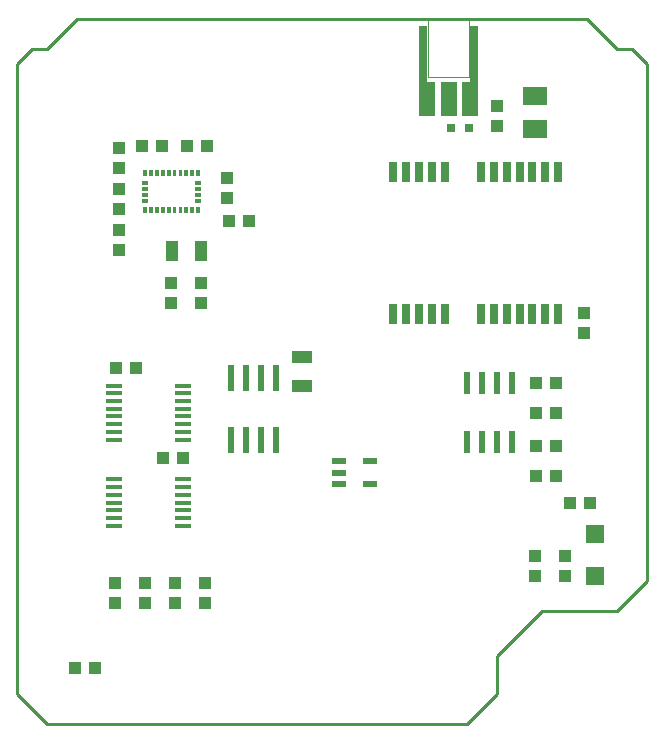
<source format=gtp>
G75*
%MOIN*%
%OFA0B0*%
%FSLAX25Y25*%
%IPPOS*%
%LPD*%
%AMOC8*
5,1,8,0,0,1.08239X$1,22.5*
%
%ADD10C,0.01000*%
%ADD11R,0.03937X0.04331*%
%ADD12R,0.04331X0.03937*%
%ADD13R,0.05906X0.05906*%
%ADD14R,0.03937X0.07087*%
%ADD15C,0.00236*%
%ADD16R,0.02400X0.08700*%
%ADD17R,0.07087X0.03937*%
%ADD18R,0.04724X0.02165*%
%ADD19R,0.03150X0.07087*%
%ADD20R,0.07874X0.06299*%
%ADD21R,0.03150X0.03150*%
%ADD22R,0.05800X0.01400*%
%ADD23C,0.00000*%
%ADD24R,0.05512X0.11713*%
%ADD25R,0.05748X0.11713*%
%ADD26R,0.02992X0.18504*%
%ADD27R,0.02200X0.07800*%
D10*
X0011500Y0062524D02*
X0001500Y0072524D01*
X0001500Y0282524D01*
X0006500Y0287524D01*
X0011500Y0287524D01*
X0021500Y0297524D01*
X0191500Y0297524D01*
X0201500Y0287524D01*
X0206500Y0287524D01*
X0211500Y0282524D01*
X0211500Y0110024D01*
X0201500Y0100024D01*
X0176500Y0100024D01*
X0161500Y0085024D01*
X0161500Y0072524D01*
X0151500Y0062524D01*
X0011500Y0062524D01*
D11*
X0020654Y0081274D03*
X0027346Y0081274D03*
X0052750Y0202927D03*
X0052750Y0209620D03*
X0062750Y0209620D03*
X0062750Y0202927D03*
X0049846Y0255024D03*
X0043154Y0255024D03*
X0161500Y0261677D03*
X0161500Y0268370D03*
X0190250Y0199620D03*
X0190250Y0192927D03*
X0181096Y0176274D03*
X0181096Y0166274D03*
X0174404Y0166274D03*
X0174404Y0176274D03*
X0174404Y0155024D03*
X0174404Y0145024D03*
X0181096Y0145024D03*
X0181096Y0155024D03*
D12*
X0185654Y0136274D03*
X0192346Y0136274D03*
X0184000Y0118370D03*
X0184000Y0111677D03*
X0174000Y0111677D03*
X0174000Y0118370D03*
X0078596Y0230024D03*
X0071904Y0230024D03*
X0071500Y0237927D03*
X0071500Y0244620D03*
X0064846Y0255024D03*
X0058154Y0255024D03*
X0035250Y0254620D03*
X0035250Y0247927D03*
X0035250Y0240870D03*
X0035250Y0234177D03*
X0035250Y0227120D03*
X0035250Y0220427D03*
X0034404Y0181274D03*
X0041096Y0181274D03*
X0050029Y0151274D03*
X0056721Y0151274D03*
X0054000Y0109620D03*
X0054000Y0102927D03*
X0044000Y0102927D03*
X0044000Y0109620D03*
X0034000Y0109620D03*
X0034000Y0102927D03*
X0064000Y0102927D03*
X0064000Y0109620D03*
D13*
X0194000Y0111884D03*
X0194000Y0125663D03*
D14*
X0062750Y0220024D03*
X0052907Y0220024D03*
D15*
X0053262Y0234748D02*
X0054206Y0234748D01*
X0054206Y0233016D01*
X0053262Y0233016D01*
X0053262Y0234748D01*
X0053262Y0233251D02*
X0054206Y0233251D01*
X0054206Y0233486D02*
X0053262Y0233486D01*
X0053262Y0233721D02*
X0054206Y0233721D01*
X0054206Y0233956D02*
X0053262Y0233956D01*
X0053262Y0234191D02*
X0054206Y0234191D01*
X0054206Y0234426D02*
X0053262Y0234426D01*
X0053262Y0234661D02*
X0054206Y0234661D01*
X0055231Y0234748D02*
X0056175Y0234748D01*
X0056175Y0233016D01*
X0055231Y0233016D01*
X0055231Y0234748D01*
X0055231Y0233251D02*
X0056175Y0233251D01*
X0056175Y0233486D02*
X0055231Y0233486D01*
X0055231Y0233721D02*
X0056175Y0233721D01*
X0056175Y0233956D02*
X0055231Y0233956D01*
X0055231Y0234191D02*
X0056175Y0234191D01*
X0056175Y0234426D02*
X0055231Y0234426D01*
X0055231Y0234661D02*
X0056175Y0234661D01*
X0057199Y0234748D02*
X0058143Y0234748D01*
X0058143Y0233016D01*
X0057199Y0233016D01*
X0057199Y0234748D01*
X0057199Y0233251D02*
X0058143Y0233251D01*
X0058143Y0233486D02*
X0057199Y0233486D01*
X0057199Y0233721D02*
X0058143Y0233721D01*
X0058143Y0233956D02*
X0057199Y0233956D01*
X0057199Y0234191D02*
X0058143Y0234191D01*
X0058143Y0234426D02*
X0057199Y0234426D01*
X0057199Y0234661D02*
X0058143Y0234661D01*
X0059168Y0234748D02*
X0060112Y0234748D01*
X0060112Y0233016D01*
X0059168Y0233016D01*
X0059168Y0234748D01*
X0059168Y0233251D02*
X0060112Y0233251D01*
X0060112Y0233486D02*
X0059168Y0233486D01*
X0059168Y0233721D02*
X0060112Y0233721D01*
X0060112Y0233956D02*
X0059168Y0233956D01*
X0059168Y0234191D02*
X0060112Y0234191D01*
X0060112Y0234426D02*
X0059168Y0234426D01*
X0059168Y0234661D02*
X0060112Y0234661D01*
X0061136Y0234748D02*
X0062080Y0234748D01*
X0062080Y0233016D01*
X0061136Y0233016D01*
X0061136Y0234748D01*
X0061136Y0233251D02*
X0062080Y0233251D01*
X0062080Y0233486D02*
X0061136Y0233486D01*
X0061136Y0233721D02*
X0062080Y0233721D01*
X0062080Y0233956D02*
X0061136Y0233956D01*
X0061136Y0234191D02*
X0062080Y0234191D01*
X0062080Y0234426D02*
X0061136Y0234426D01*
X0061136Y0234661D02*
X0062080Y0234661D01*
X0060742Y0236599D02*
X0060742Y0237543D01*
X0062474Y0237543D01*
X0062474Y0236599D01*
X0060742Y0236599D01*
X0060742Y0236834D02*
X0062474Y0236834D01*
X0062474Y0237069D02*
X0060742Y0237069D01*
X0060742Y0237304D02*
X0062474Y0237304D01*
X0062474Y0237539D02*
X0060742Y0237539D01*
X0060742Y0238567D02*
X0060742Y0239511D01*
X0062474Y0239511D01*
X0062474Y0238567D01*
X0060742Y0238567D01*
X0060742Y0238802D02*
X0062474Y0238802D01*
X0062474Y0239037D02*
X0060742Y0239037D01*
X0060742Y0239272D02*
X0062474Y0239272D01*
X0062474Y0239507D02*
X0060742Y0239507D01*
X0060742Y0240536D02*
X0060742Y0241480D01*
X0062474Y0241480D01*
X0062474Y0240536D01*
X0060742Y0240536D01*
X0060742Y0240771D02*
X0062474Y0240771D01*
X0062474Y0241006D02*
X0060742Y0241006D01*
X0060742Y0241241D02*
X0062474Y0241241D01*
X0062474Y0241476D02*
X0060742Y0241476D01*
X0060742Y0242504D02*
X0060742Y0243448D01*
X0062474Y0243448D01*
X0062474Y0242504D01*
X0060742Y0242504D01*
X0060742Y0242739D02*
X0062474Y0242739D01*
X0062474Y0242974D02*
X0060742Y0242974D01*
X0060742Y0243209D02*
X0062474Y0243209D01*
X0062474Y0243444D02*
X0060742Y0243444D01*
X0061136Y0247031D02*
X0062080Y0247031D01*
X0062080Y0245299D01*
X0061136Y0245299D01*
X0061136Y0247031D01*
X0061136Y0245534D02*
X0062080Y0245534D01*
X0062080Y0245769D02*
X0061136Y0245769D01*
X0061136Y0246004D02*
X0062080Y0246004D01*
X0062080Y0246239D02*
X0061136Y0246239D01*
X0061136Y0246474D02*
X0062080Y0246474D01*
X0062080Y0246709D02*
X0061136Y0246709D01*
X0061136Y0246944D02*
X0062080Y0246944D01*
X0060112Y0247031D02*
X0059168Y0247031D01*
X0060112Y0247031D02*
X0060112Y0245299D01*
X0059168Y0245299D01*
X0059168Y0247031D01*
X0059168Y0245534D02*
X0060112Y0245534D01*
X0060112Y0245769D02*
X0059168Y0245769D01*
X0059168Y0246004D02*
X0060112Y0246004D01*
X0060112Y0246239D02*
X0059168Y0246239D01*
X0059168Y0246474D02*
X0060112Y0246474D01*
X0060112Y0246709D02*
X0059168Y0246709D01*
X0059168Y0246944D02*
X0060112Y0246944D01*
X0058143Y0247031D02*
X0057199Y0247031D01*
X0058143Y0247031D02*
X0058143Y0245299D01*
X0057199Y0245299D01*
X0057199Y0247031D01*
X0057199Y0245534D02*
X0058143Y0245534D01*
X0058143Y0245769D02*
X0057199Y0245769D01*
X0057199Y0246004D02*
X0058143Y0246004D01*
X0058143Y0246239D02*
X0057199Y0246239D01*
X0057199Y0246474D02*
X0058143Y0246474D01*
X0058143Y0246709D02*
X0057199Y0246709D01*
X0057199Y0246944D02*
X0058143Y0246944D01*
X0056175Y0247031D02*
X0055231Y0247031D01*
X0056175Y0247031D02*
X0056175Y0245299D01*
X0055231Y0245299D01*
X0055231Y0247031D01*
X0055231Y0245534D02*
X0056175Y0245534D01*
X0056175Y0245769D02*
X0055231Y0245769D01*
X0055231Y0246004D02*
X0056175Y0246004D01*
X0056175Y0246239D02*
X0055231Y0246239D01*
X0055231Y0246474D02*
X0056175Y0246474D01*
X0056175Y0246709D02*
X0055231Y0246709D01*
X0055231Y0246944D02*
X0056175Y0246944D01*
X0054206Y0247031D02*
X0053262Y0247031D01*
X0054206Y0247031D02*
X0054206Y0245299D01*
X0053262Y0245299D01*
X0053262Y0247031D01*
X0053262Y0245534D02*
X0054206Y0245534D01*
X0054206Y0245769D02*
X0053262Y0245769D01*
X0053262Y0246004D02*
X0054206Y0246004D01*
X0054206Y0246239D02*
X0053262Y0246239D01*
X0053262Y0246474D02*
X0054206Y0246474D01*
X0054206Y0246709D02*
X0053262Y0246709D01*
X0053262Y0246944D02*
X0054206Y0246944D01*
X0052238Y0247031D02*
X0051294Y0247031D01*
X0052238Y0247031D02*
X0052238Y0245299D01*
X0051294Y0245299D01*
X0051294Y0247031D01*
X0051294Y0245534D02*
X0052238Y0245534D01*
X0052238Y0245769D02*
X0051294Y0245769D01*
X0051294Y0246004D02*
X0052238Y0246004D01*
X0052238Y0246239D02*
X0051294Y0246239D01*
X0051294Y0246474D02*
X0052238Y0246474D01*
X0052238Y0246709D02*
X0051294Y0246709D01*
X0051294Y0246944D02*
X0052238Y0246944D01*
X0050269Y0247031D02*
X0049325Y0247031D01*
X0050269Y0247031D02*
X0050269Y0245299D01*
X0049325Y0245299D01*
X0049325Y0247031D01*
X0049325Y0245534D02*
X0050269Y0245534D01*
X0050269Y0245769D02*
X0049325Y0245769D01*
X0049325Y0246004D02*
X0050269Y0246004D01*
X0050269Y0246239D02*
X0049325Y0246239D01*
X0049325Y0246474D02*
X0050269Y0246474D01*
X0050269Y0246709D02*
X0049325Y0246709D01*
X0049325Y0246944D02*
X0050269Y0246944D01*
X0048301Y0247031D02*
X0047357Y0247031D01*
X0048301Y0247031D02*
X0048301Y0245299D01*
X0047357Y0245299D01*
X0047357Y0247031D01*
X0047357Y0245534D02*
X0048301Y0245534D01*
X0048301Y0245769D02*
X0047357Y0245769D01*
X0047357Y0246004D02*
X0048301Y0246004D01*
X0048301Y0246239D02*
X0047357Y0246239D01*
X0047357Y0246474D02*
X0048301Y0246474D01*
X0048301Y0246709D02*
X0047357Y0246709D01*
X0047357Y0246944D02*
X0048301Y0246944D01*
X0046332Y0247031D02*
X0045388Y0247031D01*
X0046332Y0247031D02*
X0046332Y0245299D01*
X0045388Y0245299D01*
X0045388Y0247031D01*
X0045388Y0245534D02*
X0046332Y0245534D01*
X0046332Y0245769D02*
X0045388Y0245769D01*
X0045388Y0246004D02*
X0046332Y0246004D01*
X0046332Y0246239D02*
X0045388Y0246239D01*
X0045388Y0246474D02*
X0046332Y0246474D01*
X0046332Y0246709D02*
X0045388Y0246709D01*
X0045388Y0246944D02*
X0046332Y0246944D01*
X0044364Y0247031D02*
X0043420Y0247031D01*
X0044364Y0247031D02*
X0044364Y0245299D01*
X0043420Y0245299D01*
X0043420Y0247031D01*
X0043420Y0245534D02*
X0044364Y0245534D01*
X0044364Y0245769D02*
X0043420Y0245769D01*
X0043420Y0246004D02*
X0044364Y0246004D01*
X0044364Y0246239D02*
X0043420Y0246239D01*
X0043420Y0246474D02*
X0044364Y0246474D01*
X0044364Y0246709D02*
X0043420Y0246709D01*
X0043420Y0246944D02*
X0044364Y0246944D01*
X0043026Y0243448D02*
X0043026Y0242504D01*
X0043026Y0243448D02*
X0044758Y0243448D01*
X0044758Y0242504D01*
X0043026Y0242504D01*
X0043026Y0242739D02*
X0044758Y0242739D01*
X0044758Y0242974D02*
X0043026Y0242974D01*
X0043026Y0243209D02*
X0044758Y0243209D01*
X0044758Y0243444D02*
X0043026Y0243444D01*
X0043026Y0241480D02*
X0043026Y0240536D01*
X0043026Y0241480D02*
X0044758Y0241480D01*
X0044758Y0240536D01*
X0043026Y0240536D01*
X0043026Y0240771D02*
X0044758Y0240771D01*
X0044758Y0241006D02*
X0043026Y0241006D01*
X0043026Y0241241D02*
X0044758Y0241241D01*
X0044758Y0241476D02*
X0043026Y0241476D01*
X0043026Y0239511D02*
X0043026Y0238567D01*
X0043026Y0239511D02*
X0044758Y0239511D01*
X0044758Y0238567D01*
X0043026Y0238567D01*
X0043026Y0238802D02*
X0044758Y0238802D01*
X0044758Y0239037D02*
X0043026Y0239037D01*
X0043026Y0239272D02*
X0044758Y0239272D01*
X0044758Y0239507D02*
X0043026Y0239507D01*
X0043026Y0237543D02*
X0043026Y0236599D01*
X0043026Y0237543D02*
X0044758Y0237543D01*
X0044758Y0236599D01*
X0043026Y0236599D01*
X0043026Y0236834D02*
X0044758Y0236834D01*
X0044758Y0237069D02*
X0043026Y0237069D01*
X0043026Y0237304D02*
X0044758Y0237304D01*
X0044758Y0237539D02*
X0043026Y0237539D01*
X0043420Y0234748D02*
X0044364Y0234748D01*
X0044364Y0233016D01*
X0043420Y0233016D01*
X0043420Y0234748D01*
X0043420Y0233251D02*
X0044364Y0233251D01*
X0044364Y0233486D02*
X0043420Y0233486D01*
X0043420Y0233721D02*
X0044364Y0233721D01*
X0044364Y0233956D02*
X0043420Y0233956D01*
X0043420Y0234191D02*
X0044364Y0234191D01*
X0044364Y0234426D02*
X0043420Y0234426D01*
X0043420Y0234661D02*
X0044364Y0234661D01*
X0045388Y0234748D02*
X0046332Y0234748D01*
X0046332Y0233016D01*
X0045388Y0233016D01*
X0045388Y0234748D01*
X0045388Y0233251D02*
X0046332Y0233251D01*
X0046332Y0233486D02*
X0045388Y0233486D01*
X0045388Y0233721D02*
X0046332Y0233721D01*
X0046332Y0233956D02*
X0045388Y0233956D01*
X0045388Y0234191D02*
X0046332Y0234191D01*
X0046332Y0234426D02*
X0045388Y0234426D01*
X0045388Y0234661D02*
X0046332Y0234661D01*
X0047357Y0234748D02*
X0048301Y0234748D01*
X0048301Y0233016D01*
X0047357Y0233016D01*
X0047357Y0234748D01*
X0047357Y0233251D02*
X0048301Y0233251D01*
X0048301Y0233486D02*
X0047357Y0233486D01*
X0047357Y0233721D02*
X0048301Y0233721D01*
X0048301Y0233956D02*
X0047357Y0233956D01*
X0047357Y0234191D02*
X0048301Y0234191D01*
X0048301Y0234426D02*
X0047357Y0234426D01*
X0047357Y0234661D02*
X0048301Y0234661D01*
X0049325Y0234748D02*
X0050269Y0234748D01*
X0050269Y0233016D01*
X0049325Y0233016D01*
X0049325Y0234748D01*
X0049325Y0233251D02*
X0050269Y0233251D01*
X0050269Y0233486D02*
X0049325Y0233486D01*
X0049325Y0233721D02*
X0050269Y0233721D01*
X0050269Y0233956D02*
X0049325Y0233956D01*
X0049325Y0234191D02*
X0050269Y0234191D01*
X0050269Y0234426D02*
X0049325Y0234426D01*
X0049325Y0234661D02*
X0050269Y0234661D01*
X0051294Y0234748D02*
X0052238Y0234748D01*
X0052238Y0233016D01*
X0051294Y0233016D01*
X0051294Y0234748D01*
X0051294Y0233251D02*
X0052238Y0233251D01*
X0052238Y0233486D02*
X0051294Y0233486D01*
X0051294Y0233721D02*
X0052238Y0233721D01*
X0052238Y0233956D02*
X0051294Y0233956D01*
X0051294Y0234191D02*
X0052238Y0234191D01*
X0052238Y0234426D02*
X0051294Y0234426D01*
X0051294Y0234661D02*
X0052238Y0234661D01*
D16*
X0072750Y0177824D03*
X0077750Y0177824D03*
X0082750Y0177824D03*
X0087750Y0177824D03*
X0087750Y0157224D03*
X0082750Y0157224D03*
X0077750Y0157224D03*
X0072750Y0157224D03*
D17*
X0096500Y0175024D03*
X0096500Y0184866D03*
D18*
X0108882Y0150014D03*
X0108882Y0146274D03*
X0108882Y0142533D03*
X0119118Y0142533D03*
X0119118Y0150014D03*
D19*
X0126766Y0199226D03*
X0131096Y0199226D03*
X0135427Y0199226D03*
X0139758Y0199226D03*
X0144089Y0199226D03*
X0155900Y0199226D03*
X0160230Y0199226D03*
X0164561Y0199226D03*
X0168892Y0199226D03*
X0173222Y0199226D03*
X0177553Y0199226D03*
X0181884Y0199226D03*
X0181884Y0246470D03*
X0177553Y0246470D03*
X0173222Y0246470D03*
X0168892Y0246470D03*
X0164561Y0246470D03*
X0160230Y0246470D03*
X0155900Y0246470D03*
X0144089Y0246470D03*
X0139758Y0246470D03*
X0135427Y0246470D03*
X0131096Y0246470D03*
X0126766Y0246470D03*
D20*
X0174000Y0260762D03*
X0174000Y0271785D03*
D21*
X0152000Y0261274D03*
X0146000Y0261274D03*
D22*
X0056750Y0175274D03*
X0056750Y0172674D03*
X0056750Y0170074D03*
X0056750Y0167574D03*
X0056750Y0164974D03*
X0056750Y0162474D03*
X0056750Y0159874D03*
X0056750Y0157274D03*
X0056750Y0143974D03*
X0056750Y0141374D03*
X0056750Y0138874D03*
X0056750Y0136274D03*
X0056750Y0133674D03*
X0056750Y0131174D03*
X0056750Y0128574D03*
X0033750Y0128574D03*
X0033750Y0131174D03*
X0033750Y0133674D03*
X0033750Y0136274D03*
X0033750Y0138874D03*
X0033750Y0141374D03*
X0033750Y0143974D03*
X0033750Y0157274D03*
X0033750Y0159874D03*
X0033750Y0162474D03*
X0033750Y0164974D03*
X0033750Y0167574D03*
X0033750Y0170074D03*
X0033750Y0172674D03*
X0033750Y0175274D03*
D23*
X0138508Y0278144D02*
X0151992Y0278144D01*
X0151992Y0297391D01*
X0138508Y0297391D02*
X0138508Y0278144D01*
D24*
X0145250Y0270811D03*
D25*
X0152386Y0270860D03*
X0138114Y0270909D03*
D26*
X0136736Y0285772D03*
X0153764Y0285772D03*
D27*
X0151500Y0175974D03*
X0156500Y0175974D03*
X0161500Y0175974D03*
X0166500Y0175974D03*
X0166500Y0156574D03*
X0161500Y0156574D03*
X0156500Y0156574D03*
X0151500Y0156574D03*
M02*

</source>
